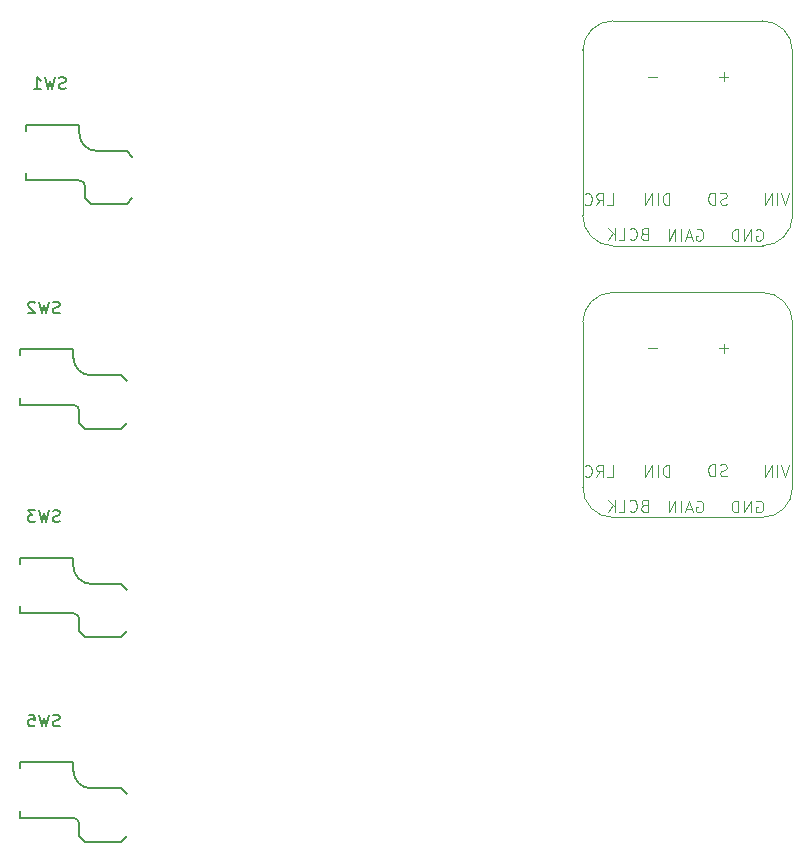
<source format=gbr>
%TF.GenerationSoftware,KiCad,Pcbnew,8.0.4*%
%TF.CreationDate,2024-11-06T19:34:02-07:00*%
%TF.ProjectId,MP3_Player,4d50335f-506c-4617-9965-722e6b696361,rev?*%
%TF.SameCoordinates,Original*%
%TF.FileFunction,Legend,Bot*%
%TF.FilePolarity,Positive*%
%FSLAX46Y46*%
G04 Gerber Fmt 4.6, Leading zero omitted, Abs format (unit mm)*
G04 Created by KiCad (PCBNEW 8.0.4) date 2024-11-06 19:34:02*
%MOMM*%
%LPD*%
G01*
G04 APERTURE LIST*
%ADD10C,0.100000*%
%ADD11C,0.150000*%
G04 APERTURE END LIST*
D10*
X147322782Y-110746109D02*
X147179925Y-110793728D01*
X147179925Y-110793728D02*
X147132306Y-110841347D01*
X147132306Y-110841347D02*
X147084687Y-110936585D01*
X147084687Y-110936585D02*
X147084687Y-111079442D01*
X147084687Y-111079442D02*
X147132306Y-111174680D01*
X147132306Y-111174680D02*
X147179925Y-111222300D01*
X147179925Y-111222300D02*
X147275163Y-111269919D01*
X147275163Y-111269919D02*
X147656115Y-111269919D01*
X147656115Y-111269919D02*
X147656115Y-110269919D01*
X147656115Y-110269919D02*
X147322782Y-110269919D01*
X147322782Y-110269919D02*
X147227544Y-110317538D01*
X147227544Y-110317538D02*
X147179925Y-110365157D01*
X147179925Y-110365157D02*
X147132306Y-110460395D01*
X147132306Y-110460395D02*
X147132306Y-110555633D01*
X147132306Y-110555633D02*
X147179925Y-110650871D01*
X147179925Y-110650871D02*
X147227544Y-110698490D01*
X147227544Y-110698490D02*
X147322782Y-110746109D01*
X147322782Y-110746109D02*
X147656115Y-110746109D01*
X146084687Y-111174680D02*
X146132306Y-111222300D01*
X146132306Y-111222300D02*
X146275163Y-111269919D01*
X146275163Y-111269919D02*
X146370401Y-111269919D01*
X146370401Y-111269919D02*
X146513258Y-111222300D01*
X146513258Y-111222300D02*
X146608496Y-111127061D01*
X146608496Y-111127061D02*
X146656115Y-111031823D01*
X146656115Y-111031823D02*
X146703734Y-110841347D01*
X146703734Y-110841347D02*
X146703734Y-110698490D01*
X146703734Y-110698490D02*
X146656115Y-110508014D01*
X146656115Y-110508014D02*
X146608496Y-110412776D01*
X146608496Y-110412776D02*
X146513258Y-110317538D01*
X146513258Y-110317538D02*
X146370401Y-110269919D01*
X146370401Y-110269919D02*
X146275163Y-110269919D01*
X146275163Y-110269919D02*
X146132306Y-110317538D01*
X146132306Y-110317538D02*
X146084687Y-110365157D01*
X145179925Y-111269919D02*
X145656115Y-111269919D01*
X145656115Y-111269919D02*
X145656115Y-110269919D01*
X144846591Y-111269919D02*
X144846591Y-110269919D01*
X144275163Y-111269919D02*
X144703734Y-110698490D01*
X144275163Y-110269919D02*
X144846591Y-110841347D01*
X156832306Y-110387538D02*
X156927544Y-110339919D01*
X156927544Y-110339919D02*
X157070401Y-110339919D01*
X157070401Y-110339919D02*
X157213258Y-110387538D01*
X157213258Y-110387538D02*
X157308496Y-110482776D01*
X157308496Y-110482776D02*
X157356115Y-110578014D01*
X157356115Y-110578014D02*
X157403734Y-110768490D01*
X157403734Y-110768490D02*
X157403734Y-110911347D01*
X157403734Y-110911347D02*
X157356115Y-111101823D01*
X157356115Y-111101823D02*
X157308496Y-111197061D01*
X157308496Y-111197061D02*
X157213258Y-111292300D01*
X157213258Y-111292300D02*
X157070401Y-111339919D01*
X157070401Y-111339919D02*
X156975163Y-111339919D01*
X156975163Y-111339919D02*
X156832306Y-111292300D01*
X156832306Y-111292300D02*
X156784687Y-111244680D01*
X156784687Y-111244680D02*
X156784687Y-110911347D01*
X156784687Y-110911347D02*
X156975163Y-110911347D01*
X156356115Y-111339919D02*
X156356115Y-110339919D01*
X156356115Y-110339919D02*
X155784687Y-111339919D01*
X155784687Y-111339919D02*
X155784687Y-110339919D01*
X155308496Y-111339919D02*
X155308496Y-110339919D01*
X155308496Y-110339919D02*
X155070401Y-110339919D01*
X155070401Y-110339919D02*
X154927544Y-110387538D01*
X154927544Y-110387538D02*
X154832306Y-110482776D01*
X154832306Y-110482776D02*
X154784687Y-110578014D01*
X154784687Y-110578014D02*
X154737068Y-110768490D01*
X154737068Y-110768490D02*
X154737068Y-110911347D01*
X154737068Y-110911347D02*
X154784687Y-111101823D01*
X154784687Y-111101823D02*
X154832306Y-111197061D01*
X154832306Y-111197061D02*
X154927544Y-111292300D01*
X154927544Y-111292300D02*
X155070401Y-111339919D01*
X155070401Y-111339919D02*
X155308496Y-111339919D01*
X148446115Y-97438966D02*
X147684211Y-97438966D01*
X159588972Y-107319919D02*
X159255639Y-108319919D01*
X159255639Y-108319919D02*
X158922306Y-107319919D01*
X158588972Y-108319919D02*
X158588972Y-107319919D01*
X158112782Y-108319919D02*
X158112782Y-107319919D01*
X158112782Y-107319919D02*
X157541354Y-108319919D01*
X157541354Y-108319919D02*
X157541354Y-107319919D01*
X149456115Y-108319919D02*
X149456115Y-107319919D01*
X149456115Y-107319919D02*
X149218020Y-107319919D01*
X149218020Y-107319919D02*
X149075163Y-107367538D01*
X149075163Y-107367538D02*
X148979925Y-107462776D01*
X148979925Y-107462776D02*
X148932306Y-107558014D01*
X148932306Y-107558014D02*
X148884687Y-107748490D01*
X148884687Y-107748490D02*
X148884687Y-107891347D01*
X148884687Y-107891347D02*
X148932306Y-108081823D01*
X148932306Y-108081823D02*
X148979925Y-108177061D01*
X148979925Y-108177061D02*
X149075163Y-108272300D01*
X149075163Y-108272300D02*
X149218020Y-108319919D01*
X149218020Y-108319919D02*
X149456115Y-108319919D01*
X148456115Y-108319919D02*
X148456115Y-107319919D01*
X147979925Y-108319919D02*
X147979925Y-107319919D01*
X147979925Y-107319919D02*
X147408497Y-108319919D01*
X147408497Y-108319919D02*
X147408497Y-107319919D01*
X154323734Y-108222300D02*
X154180877Y-108269919D01*
X154180877Y-108269919D02*
X153942782Y-108269919D01*
X153942782Y-108269919D02*
X153847544Y-108222300D01*
X153847544Y-108222300D02*
X153799925Y-108174680D01*
X153799925Y-108174680D02*
X153752306Y-108079442D01*
X153752306Y-108079442D02*
X153752306Y-107984204D01*
X153752306Y-107984204D02*
X153799925Y-107888966D01*
X153799925Y-107888966D02*
X153847544Y-107841347D01*
X153847544Y-107841347D02*
X153942782Y-107793728D01*
X153942782Y-107793728D02*
X154133258Y-107746109D01*
X154133258Y-107746109D02*
X154228496Y-107698490D01*
X154228496Y-107698490D02*
X154276115Y-107650871D01*
X154276115Y-107650871D02*
X154323734Y-107555633D01*
X154323734Y-107555633D02*
X154323734Y-107460395D01*
X154323734Y-107460395D02*
X154276115Y-107365157D01*
X154276115Y-107365157D02*
X154228496Y-107317538D01*
X154228496Y-107317538D02*
X154133258Y-107269919D01*
X154133258Y-107269919D02*
X153895163Y-107269919D01*
X153895163Y-107269919D02*
X153752306Y-107317538D01*
X153323734Y-108269919D02*
X153323734Y-107269919D01*
X153323734Y-107269919D02*
X153085639Y-107269919D01*
X153085639Y-107269919D02*
X152942782Y-107317538D01*
X152942782Y-107317538D02*
X152847544Y-107412776D01*
X152847544Y-107412776D02*
X152799925Y-107508014D01*
X152799925Y-107508014D02*
X152752306Y-107698490D01*
X152752306Y-107698490D02*
X152752306Y-107841347D01*
X152752306Y-107841347D02*
X152799925Y-108031823D01*
X152799925Y-108031823D02*
X152847544Y-108127061D01*
X152847544Y-108127061D02*
X152942782Y-108222300D01*
X152942782Y-108222300D02*
X153085639Y-108269919D01*
X153085639Y-108269919D02*
X153323734Y-108269919D01*
X151772306Y-110377538D02*
X151867544Y-110329919D01*
X151867544Y-110329919D02*
X152010401Y-110329919D01*
X152010401Y-110329919D02*
X152153258Y-110377538D01*
X152153258Y-110377538D02*
X152248496Y-110472776D01*
X152248496Y-110472776D02*
X152296115Y-110568014D01*
X152296115Y-110568014D02*
X152343734Y-110758490D01*
X152343734Y-110758490D02*
X152343734Y-110901347D01*
X152343734Y-110901347D02*
X152296115Y-111091823D01*
X152296115Y-111091823D02*
X152248496Y-111187061D01*
X152248496Y-111187061D02*
X152153258Y-111282300D01*
X152153258Y-111282300D02*
X152010401Y-111329919D01*
X152010401Y-111329919D02*
X151915163Y-111329919D01*
X151915163Y-111329919D02*
X151772306Y-111282300D01*
X151772306Y-111282300D02*
X151724687Y-111234680D01*
X151724687Y-111234680D02*
X151724687Y-110901347D01*
X151724687Y-110901347D02*
X151915163Y-110901347D01*
X151343734Y-111044204D02*
X150867544Y-111044204D01*
X151438972Y-111329919D02*
X151105639Y-110329919D01*
X151105639Y-110329919D02*
X150772306Y-111329919D01*
X150438972Y-111329919D02*
X150438972Y-110329919D01*
X149962782Y-111329919D02*
X149962782Y-110329919D01*
X149962782Y-110329919D02*
X149391354Y-111329919D01*
X149391354Y-111329919D02*
X149391354Y-110329919D01*
X154446115Y-97448966D02*
X153684211Y-97448966D01*
X154065163Y-97829919D02*
X154065163Y-97068014D01*
X144179925Y-108319919D02*
X144656115Y-108319919D01*
X144656115Y-108319919D02*
X144656115Y-107319919D01*
X143275163Y-108319919D02*
X143608496Y-107843728D01*
X143846591Y-108319919D02*
X143846591Y-107319919D01*
X143846591Y-107319919D02*
X143465639Y-107319919D01*
X143465639Y-107319919D02*
X143370401Y-107367538D01*
X143370401Y-107367538D02*
X143322782Y-107415157D01*
X143322782Y-107415157D02*
X143275163Y-107510395D01*
X143275163Y-107510395D02*
X143275163Y-107653252D01*
X143275163Y-107653252D02*
X143322782Y-107748490D01*
X143322782Y-107748490D02*
X143370401Y-107796109D01*
X143370401Y-107796109D02*
X143465639Y-107843728D01*
X143465639Y-107843728D02*
X143846591Y-107843728D01*
X142275163Y-108224680D02*
X142322782Y-108272300D01*
X142322782Y-108272300D02*
X142465639Y-108319919D01*
X142465639Y-108319919D02*
X142560877Y-108319919D01*
X142560877Y-108319919D02*
X142703734Y-108272300D01*
X142703734Y-108272300D02*
X142798972Y-108177061D01*
X142798972Y-108177061D02*
X142846591Y-108081823D01*
X142846591Y-108081823D02*
X142894210Y-107891347D01*
X142894210Y-107891347D02*
X142894210Y-107748490D01*
X142894210Y-107748490D02*
X142846591Y-107558014D01*
X142846591Y-107558014D02*
X142798972Y-107462776D01*
X142798972Y-107462776D02*
X142703734Y-107367538D01*
X142703734Y-107367538D02*
X142560877Y-107319919D01*
X142560877Y-107319919D02*
X142465639Y-107319919D01*
X142465639Y-107319919D02*
X142322782Y-107367538D01*
X142322782Y-107367538D02*
X142275163Y-107415157D01*
D11*
X97833332Y-112087200D02*
X97690475Y-112134819D01*
X97690475Y-112134819D02*
X97452380Y-112134819D01*
X97452380Y-112134819D02*
X97357142Y-112087200D01*
X97357142Y-112087200D02*
X97309523Y-112039580D01*
X97309523Y-112039580D02*
X97261904Y-111944342D01*
X97261904Y-111944342D02*
X97261904Y-111849104D01*
X97261904Y-111849104D02*
X97309523Y-111753866D01*
X97309523Y-111753866D02*
X97357142Y-111706247D01*
X97357142Y-111706247D02*
X97452380Y-111658628D01*
X97452380Y-111658628D02*
X97642856Y-111611009D01*
X97642856Y-111611009D02*
X97738094Y-111563390D01*
X97738094Y-111563390D02*
X97785713Y-111515771D01*
X97785713Y-111515771D02*
X97833332Y-111420533D01*
X97833332Y-111420533D02*
X97833332Y-111325295D01*
X97833332Y-111325295D02*
X97785713Y-111230057D01*
X97785713Y-111230057D02*
X97738094Y-111182438D01*
X97738094Y-111182438D02*
X97642856Y-111134819D01*
X97642856Y-111134819D02*
X97404761Y-111134819D01*
X97404761Y-111134819D02*
X97261904Y-111182438D01*
X96928570Y-111134819D02*
X96690475Y-112134819D01*
X96690475Y-112134819D02*
X96499999Y-111420533D01*
X96499999Y-111420533D02*
X96309523Y-112134819D01*
X96309523Y-112134819D02*
X96071428Y-111134819D01*
X95785713Y-111134819D02*
X95166666Y-111134819D01*
X95166666Y-111134819D02*
X95499999Y-111515771D01*
X95499999Y-111515771D02*
X95357142Y-111515771D01*
X95357142Y-111515771D02*
X95261904Y-111563390D01*
X95261904Y-111563390D02*
X95214285Y-111611009D01*
X95214285Y-111611009D02*
X95166666Y-111706247D01*
X95166666Y-111706247D02*
X95166666Y-111944342D01*
X95166666Y-111944342D02*
X95214285Y-112039580D01*
X95214285Y-112039580D02*
X95261904Y-112087200D01*
X95261904Y-112087200D02*
X95357142Y-112134819D01*
X95357142Y-112134819D02*
X95642856Y-112134819D01*
X95642856Y-112134819D02*
X95738094Y-112087200D01*
X95738094Y-112087200D02*
X95785713Y-112039580D01*
D10*
X154446115Y-74448966D02*
X153684211Y-74448966D01*
X154065163Y-74829919D02*
X154065163Y-74068014D01*
X156832306Y-87387538D02*
X156927544Y-87339919D01*
X156927544Y-87339919D02*
X157070401Y-87339919D01*
X157070401Y-87339919D02*
X157213258Y-87387538D01*
X157213258Y-87387538D02*
X157308496Y-87482776D01*
X157308496Y-87482776D02*
X157356115Y-87578014D01*
X157356115Y-87578014D02*
X157403734Y-87768490D01*
X157403734Y-87768490D02*
X157403734Y-87911347D01*
X157403734Y-87911347D02*
X157356115Y-88101823D01*
X157356115Y-88101823D02*
X157308496Y-88197061D01*
X157308496Y-88197061D02*
X157213258Y-88292300D01*
X157213258Y-88292300D02*
X157070401Y-88339919D01*
X157070401Y-88339919D02*
X156975163Y-88339919D01*
X156975163Y-88339919D02*
X156832306Y-88292300D01*
X156832306Y-88292300D02*
X156784687Y-88244680D01*
X156784687Y-88244680D02*
X156784687Y-87911347D01*
X156784687Y-87911347D02*
X156975163Y-87911347D01*
X156356115Y-88339919D02*
X156356115Y-87339919D01*
X156356115Y-87339919D02*
X155784687Y-88339919D01*
X155784687Y-88339919D02*
X155784687Y-87339919D01*
X155308496Y-88339919D02*
X155308496Y-87339919D01*
X155308496Y-87339919D02*
X155070401Y-87339919D01*
X155070401Y-87339919D02*
X154927544Y-87387538D01*
X154927544Y-87387538D02*
X154832306Y-87482776D01*
X154832306Y-87482776D02*
X154784687Y-87578014D01*
X154784687Y-87578014D02*
X154737068Y-87768490D01*
X154737068Y-87768490D02*
X154737068Y-87911347D01*
X154737068Y-87911347D02*
X154784687Y-88101823D01*
X154784687Y-88101823D02*
X154832306Y-88197061D01*
X154832306Y-88197061D02*
X154927544Y-88292300D01*
X154927544Y-88292300D02*
X155070401Y-88339919D01*
X155070401Y-88339919D02*
X155308496Y-88339919D01*
X147322782Y-87746109D02*
X147179925Y-87793728D01*
X147179925Y-87793728D02*
X147132306Y-87841347D01*
X147132306Y-87841347D02*
X147084687Y-87936585D01*
X147084687Y-87936585D02*
X147084687Y-88079442D01*
X147084687Y-88079442D02*
X147132306Y-88174680D01*
X147132306Y-88174680D02*
X147179925Y-88222300D01*
X147179925Y-88222300D02*
X147275163Y-88269919D01*
X147275163Y-88269919D02*
X147656115Y-88269919D01*
X147656115Y-88269919D02*
X147656115Y-87269919D01*
X147656115Y-87269919D02*
X147322782Y-87269919D01*
X147322782Y-87269919D02*
X147227544Y-87317538D01*
X147227544Y-87317538D02*
X147179925Y-87365157D01*
X147179925Y-87365157D02*
X147132306Y-87460395D01*
X147132306Y-87460395D02*
X147132306Y-87555633D01*
X147132306Y-87555633D02*
X147179925Y-87650871D01*
X147179925Y-87650871D02*
X147227544Y-87698490D01*
X147227544Y-87698490D02*
X147322782Y-87746109D01*
X147322782Y-87746109D02*
X147656115Y-87746109D01*
X146084687Y-88174680D02*
X146132306Y-88222300D01*
X146132306Y-88222300D02*
X146275163Y-88269919D01*
X146275163Y-88269919D02*
X146370401Y-88269919D01*
X146370401Y-88269919D02*
X146513258Y-88222300D01*
X146513258Y-88222300D02*
X146608496Y-88127061D01*
X146608496Y-88127061D02*
X146656115Y-88031823D01*
X146656115Y-88031823D02*
X146703734Y-87841347D01*
X146703734Y-87841347D02*
X146703734Y-87698490D01*
X146703734Y-87698490D02*
X146656115Y-87508014D01*
X146656115Y-87508014D02*
X146608496Y-87412776D01*
X146608496Y-87412776D02*
X146513258Y-87317538D01*
X146513258Y-87317538D02*
X146370401Y-87269919D01*
X146370401Y-87269919D02*
X146275163Y-87269919D01*
X146275163Y-87269919D02*
X146132306Y-87317538D01*
X146132306Y-87317538D02*
X146084687Y-87365157D01*
X145179925Y-88269919D02*
X145656115Y-88269919D01*
X145656115Y-88269919D02*
X145656115Y-87269919D01*
X144846591Y-88269919D02*
X144846591Y-87269919D01*
X144275163Y-88269919D02*
X144703734Y-87698490D01*
X144275163Y-87269919D02*
X144846591Y-87841347D01*
X154323734Y-85222300D02*
X154180877Y-85269919D01*
X154180877Y-85269919D02*
X153942782Y-85269919D01*
X153942782Y-85269919D02*
X153847544Y-85222300D01*
X153847544Y-85222300D02*
X153799925Y-85174680D01*
X153799925Y-85174680D02*
X153752306Y-85079442D01*
X153752306Y-85079442D02*
X153752306Y-84984204D01*
X153752306Y-84984204D02*
X153799925Y-84888966D01*
X153799925Y-84888966D02*
X153847544Y-84841347D01*
X153847544Y-84841347D02*
X153942782Y-84793728D01*
X153942782Y-84793728D02*
X154133258Y-84746109D01*
X154133258Y-84746109D02*
X154228496Y-84698490D01*
X154228496Y-84698490D02*
X154276115Y-84650871D01*
X154276115Y-84650871D02*
X154323734Y-84555633D01*
X154323734Y-84555633D02*
X154323734Y-84460395D01*
X154323734Y-84460395D02*
X154276115Y-84365157D01*
X154276115Y-84365157D02*
X154228496Y-84317538D01*
X154228496Y-84317538D02*
X154133258Y-84269919D01*
X154133258Y-84269919D02*
X153895163Y-84269919D01*
X153895163Y-84269919D02*
X153752306Y-84317538D01*
X153323734Y-85269919D02*
X153323734Y-84269919D01*
X153323734Y-84269919D02*
X153085639Y-84269919D01*
X153085639Y-84269919D02*
X152942782Y-84317538D01*
X152942782Y-84317538D02*
X152847544Y-84412776D01*
X152847544Y-84412776D02*
X152799925Y-84508014D01*
X152799925Y-84508014D02*
X152752306Y-84698490D01*
X152752306Y-84698490D02*
X152752306Y-84841347D01*
X152752306Y-84841347D02*
X152799925Y-85031823D01*
X152799925Y-85031823D02*
X152847544Y-85127061D01*
X152847544Y-85127061D02*
X152942782Y-85222300D01*
X152942782Y-85222300D02*
X153085639Y-85269919D01*
X153085639Y-85269919D02*
X153323734Y-85269919D01*
X148446115Y-74438966D02*
X147684211Y-74438966D01*
X151772306Y-87377538D02*
X151867544Y-87329919D01*
X151867544Y-87329919D02*
X152010401Y-87329919D01*
X152010401Y-87329919D02*
X152153258Y-87377538D01*
X152153258Y-87377538D02*
X152248496Y-87472776D01*
X152248496Y-87472776D02*
X152296115Y-87568014D01*
X152296115Y-87568014D02*
X152343734Y-87758490D01*
X152343734Y-87758490D02*
X152343734Y-87901347D01*
X152343734Y-87901347D02*
X152296115Y-88091823D01*
X152296115Y-88091823D02*
X152248496Y-88187061D01*
X152248496Y-88187061D02*
X152153258Y-88282300D01*
X152153258Y-88282300D02*
X152010401Y-88329919D01*
X152010401Y-88329919D02*
X151915163Y-88329919D01*
X151915163Y-88329919D02*
X151772306Y-88282300D01*
X151772306Y-88282300D02*
X151724687Y-88234680D01*
X151724687Y-88234680D02*
X151724687Y-87901347D01*
X151724687Y-87901347D02*
X151915163Y-87901347D01*
X151343734Y-88044204D02*
X150867544Y-88044204D01*
X151438972Y-88329919D02*
X151105639Y-87329919D01*
X151105639Y-87329919D02*
X150772306Y-88329919D01*
X150438972Y-88329919D02*
X150438972Y-87329919D01*
X149962782Y-88329919D02*
X149962782Y-87329919D01*
X149962782Y-87329919D02*
X149391354Y-88329919D01*
X149391354Y-88329919D02*
X149391354Y-87329919D01*
X144179925Y-85319919D02*
X144656115Y-85319919D01*
X144656115Y-85319919D02*
X144656115Y-84319919D01*
X143275163Y-85319919D02*
X143608496Y-84843728D01*
X143846591Y-85319919D02*
X143846591Y-84319919D01*
X143846591Y-84319919D02*
X143465639Y-84319919D01*
X143465639Y-84319919D02*
X143370401Y-84367538D01*
X143370401Y-84367538D02*
X143322782Y-84415157D01*
X143322782Y-84415157D02*
X143275163Y-84510395D01*
X143275163Y-84510395D02*
X143275163Y-84653252D01*
X143275163Y-84653252D02*
X143322782Y-84748490D01*
X143322782Y-84748490D02*
X143370401Y-84796109D01*
X143370401Y-84796109D02*
X143465639Y-84843728D01*
X143465639Y-84843728D02*
X143846591Y-84843728D01*
X142275163Y-85224680D02*
X142322782Y-85272300D01*
X142322782Y-85272300D02*
X142465639Y-85319919D01*
X142465639Y-85319919D02*
X142560877Y-85319919D01*
X142560877Y-85319919D02*
X142703734Y-85272300D01*
X142703734Y-85272300D02*
X142798972Y-85177061D01*
X142798972Y-85177061D02*
X142846591Y-85081823D01*
X142846591Y-85081823D02*
X142894210Y-84891347D01*
X142894210Y-84891347D02*
X142894210Y-84748490D01*
X142894210Y-84748490D02*
X142846591Y-84558014D01*
X142846591Y-84558014D02*
X142798972Y-84462776D01*
X142798972Y-84462776D02*
X142703734Y-84367538D01*
X142703734Y-84367538D02*
X142560877Y-84319919D01*
X142560877Y-84319919D02*
X142465639Y-84319919D01*
X142465639Y-84319919D02*
X142322782Y-84367538D01*
X142322782Y-84367538D02*
X142275163Y-84415157D01*
X149456115Y-85319919D02*
X149456115Y-84319919D01*
X149456115Y-84319919D02*
X149218020Y-84319919D01*
X149218020Y-84319919D02*
X149075163Y-84367538D01*
X149075163Y-84367538D02*
X148979925Y-84462776D01*
X148979925Y-84462776D02*
X148932306Y-84558014D01*
X148932306Y-84558014D02*
X148884687Y-84748490D01*
X148884687Y-84748490D02*
X148884687Y-84891347D01*
X148884687Y-84891347D02*
X148932306Y-85081823D01*
X148932306Y-85081823D02*
X148979925Y-85177061D01*
X148979925Y-85177061D02*
X149075163Y-85272300D01*
X149075163Y-85272300D02*
X149218020Y-85319919D01*
X149218020Y-85319919D02*
X149456115Y-85319919D01*
X148456115Y-85319919D02*
X148456115Y-84319919D01*
X147979925Y-85319919D02*
X147979925Y-84319919D01*
X147979925Y-84319919D02*
X147408497Y-85319919D01*
X147408497Y-85319919D02*
X147408497Y-84319919D01*
X159588972Y-84319919D02*
X159255639Y-85319919D01*
X159255639Y-85319919D02*
X158922306Y-84319919D01*
X158588972Y-85319919D02*
X158588972Y-84319919D01*
X158112782Y-85319919D02*
X158112782Y-84319919D01*
X158112782Y-84319919D02*
X157541354Y-85319919D01*
X157541354Y-85319919D02*
X157541354Y-84319919D01*
D11*
X97833332Y-94437200D02*
X97690475Y-94484819D01*
X97690475Y-94484819D02*
X97452380Y-94484819D01*
X97452380Y-94484819D02*
X97357142Y-94437200D01*
X97357142Y-94437200D02*
X97309523Y-94389580D01*
X97309523Y-94389580D02*
X97261904Y-94294342D01*
X97261904Y-94294342D02*
X97261904Y-94199104D01*
X97261904Y-94199104D02*
X97309523Y-94103866D01*
X97309523Y-94103866D02*
X97357142Y-94056247D01*
X97357142Y-94056247D02*
X97452380Y-94008628D01*
X97452380Y-94008628D02*
X97642856Y-93961009D01*
X97642856Y-93961009D02*
X97738094Y-93913390D01*
X97738094Y-93913390D02*
X97785713Y-93865771D01*
X97785713Y-93865771D02*
X97833332Y-93770533D01*
X97833332Y-93770533D02*
X97833332Y-93675295D01*
X97833332Y-93675295D02*
X97785713Y-93580057D01*
X97785713Y-93580057D02*
X97738094Y-93532438D01*
X97738094Y-93532438D02*
X97642856Y-93484819D01*
X97642856Y-93484819D02*
X97404761Y-93484819D01*
X97404761Y-93484819D02*
X97261904Y-93532438D01*
X96928570Y-93484819D02*
X96690475Y-94484819D01*
X96690475Y-94484819D02*
X96499999Y-93770533D01*
X96499999Y-93770533D02*
X96309523Y-94484819D01*
X96309523Y-94484819D02*
X96071428Y-93484819D01*
X95738094Y-93580057D02*
X95690475Y-93532438D01*
X95690475Y-93532438D02*
X95595237Y-93484819D01*
X95595237Y-93484819D02*
X95357142Y-93484819D01*
X95357142Y-93484819D02*
X95261904Y-93532438D01*
X95261904Y-93532438D02*
X95214285Y-93580057D01*
X95214285Y-93580057D02*
X95166666Y-93675295D01*
X95166666Y-93675295D02*
X95166666Y-93770533D01*
X95166666Y-93770533D02*
X95214285Y-93913390D01*
X95214285Y-93913390D02*
X95785713Y-94484819D01*
X95785713Y-94484819D02*
X95166666Y-94484819D01*
X97833332Y-129407200D02*
X97690475Y-129454819D01*
X97690475Y-129454819D02*
X97452380Y-129454819D01*
X97452380Y-129454819D02*
X97357142Y-129407200D01*
X97357142Y-129407200D02*
X97309523Y-129359580D01*
X97309523Y-129359580D02*
X97261904Y-129264342D01*
X97261904Y-129264342D02*
X97261904Y-129169104D01*
X97261904Y-129169104D02*
X97309523Y-129073866D01*
X97309523Y-129073866D02*
X97357142Y-129026247D01*
X97357142Y-129026247D02*
X97452380Y-128978628D01*
X97452380Y-128978628D02*
X97642856Y-128931009D01*
X97642856Y-128931009D02*
X97738094Y-128883390D01*
X97738094Y-128883390D02*
X97785713Y-128835771D01*
X97785713Y-128835771D02*
X97833332Y-128740533D01*
X97833332Y-128740533D02*
X97833332Y-128645295D01*
X97833332Y-128645295D02*
X97785713Y-128550057D01*
X97785713Y-128550057D02*
X97738094Y-128502438D01*
X97738094Y-128502438D02*
X97642856Y-128454819D01*
X97642856Y-128454819D02*
X97404761Y-128454819D01*
X97404761Y-128454819D02*
X97261904Y-128502438D01*
X96928570Y-128454819D02*
X96690475Y-129454819D01*
X96690475Y-129454819D02*
X96499999Y-128740533D01*
X96499999Y-128740533D02*
X96309523Y-129454819D01*
X96309523Y-129454819D02*
X96071428Y-128454819D01*
X95214285Y-128454819D02*
X95690475Y-128454819D01*
X95690475Y-128454819D02*
X95738094Y-128931009D01*
X95738094Y-128931009D02*
X95690475Y-128883390D01*
X95690475Y-128883390D02*
X95595237Y-128835771D01*
X95595237Y-128835771D02*
X95357142Y-128835771D01*
X95357142Y-128835771D02*
X95261904Y-128883390D01*
X95261904Y-128883390D02*
X95214285Y-128931009D01*
X95214285Y-128931009D02*
X95166666Y-129026247D01*
X95166666Y-129026247D02*
X95166666Y-129264342D01*
X95166666Y-129264342D02*
X95214285Y-129359580D01*
X95214285Y-129359580D02*
X95261904Y-129407200D01*
X95261904Y-129407200D02*
X95357142Y-129454819D01*
X95357142Y-129454819D02*
X95595237Y-129454819D01*
X95595237Y-129454819D02*
X95690475Y-129407200D01*
X95690475Y-129407200D02*
X95738094Y-129359580D01*
X98333332Y-75437200D02*
X98190475Y-75484819D01*
X98190475Y-75484819D02*
X97952380Y-75484819D01*
X97952380Y-75484819D02*
X97857142Y-75437200D01*
X97857142Y-75437200D02*
X97809523Y-75389580D01*
X97809523Y-75389580D02*
X97761904Y-75294342D01*
X97761904Y-75294342D02*
X97761904Y-75199104D01*
X97761904Y-75199104D02*
X97809523Y-75103866D01*
X97809523Y-75103866D02*
X97857142Y-75056247D01*
X97857142Y-75056247D02*
X97952380Y-75008628D01*
X97952380Y-75008628D02*
X98142856Y-74961009D01*
X98142856Y-74961009D02*
X98238094Y-74913390D01*
X98238094Y-74913390D02*
X98285713Y-74865771D01*
X98285713Y-74865771D02*
X98333332Y-74770533D01*
X98333332Y-74770533D02*
X98333332Y-74675295D01*
X98333332Y-74675295D02*
X98285713Y-74580057D01*
X98285713Y-74580057D02*
X98238094Y-74532438D01*
X98238094Y-74532438D02*
X98142856Y-74484819D01*
X98142856Y-74484819D02*
X97904761Y-74484819D01*
X97904761Y-74484819D02*
X97761904Y-74532438D01*
X97428570Y-74484819D02*
X97190475Y-75484819D01*
X97190475Y-75484819D02*
X96999999Y-74770533D01*
X96999999Y-74770533D02*
X96809523Y-75484819D01*
X96809523Y-75484819D02*
X96571428Y-74484819D01*
X95666666Y-75484819D02*
X96238094Y-75484819D01*
X95952380Y-75484819D02*
X95952380Y-74484819D01*
X95952380Y-74484819D02*
X96047618Y-74627676D01*
X96047618Y-74627676D02*
X96142856Y-74722914D01*
X96142856Y-74722914D02*
X96238094Y-74770533D01*
D10*
%TO.C,RSPKR1*%
X142130000Y-109192500D02*
X142130000Y-95222500D01*
X144650000Y-92712500D02*
X157350000Y-92712500D01*
X157350000Y-111752500D02*
X144650000Y-111752500D01*
X159880000Y-95267500D02*
X159880000Y-109237500D01*
X142130001Y-95222500D02*
G75*
G02*
X144650000Y-92712418I2536049J-26050D01*
G01*
X144650002Y-111752499D02*
G75*
G02*
X142130001Y-109192500I19998J2539999D01*
G01*
X157350000Y-92712501D02*
G75*
G02*
X159879974Y-95267499I-10000J-2539999D01*
G01*
X159889816Y-109237620D02*
G75*
G02*
X157350000Y-111752500I-2545866J31170D01*
G01*
D11*
%TO.C,SW3*%
X94500000Y-115180000D02*
X94500000Y-115680000D01*
X94500000Y-119280000D02*
X94500000Y-119880000D01*
X94500000Y-119880000D02*
X99000000Y-119880000D01*
X99000000Y-115180000D02*
X94500000Y-115180000D01*
X99000000Y-115880000D02*
X99000000Y-115180000D01*
X99500000Y-120380000D02*
X99500000Y-121380000D01*
X100000000Y-121880000D02*
X99500000Y-121380000D01*
X103000000Y-117380000D02*
X100500000Y-117380000D01*
X103000000Y-121880000D02*
X100000000Y-121880000D01*
X103500000Y-117880000D02*
X103000000Y-117380000D01*
X103500000Y-121380000D02*
X103000000Y-121880000D01*
X99000000Y-119880000D02*
G75*
G02*
X99500000Y-120380000I-1J-500001D01*
G01*
X100500000Y-117380000D02*
G75*
G02*
X99000000Y-115880000I1J1500001D01*
G01*
D10*
%TO.C,L_SPKR1*%
X142130000Y-86192500D02*
X142130000Y-72222500D01*
X144650000Y-69712500D02*
X157350000Y-69712500D01*
X157350000Y-88752500D02*
X144650000Y-88752500D01*
X159880000Y-72267500D02*
X159880000Y-86237500D01*
X142130001Y-72222500D02*
G75*
G02*
X144650000Y-69712418I2536049J-26050D01*
G01*
X144650002Y-88752499D02*
G75*
G02*
X142130001Y-86192500I19998J2539999D01*
G01*
X157350000Y-69712501D02*
G75*
G02*
X159879974Y-72267499I-10000J-2539999D01*
G01*
X159889816Y-86237620D02*
G75*
G02*
X157350000Y-88752500I-2545866J31170D01*
G01*
D11*
%TO.C,SW2*%
X94500000Y-97530000D02*
X94500000Y-98030000D01*
X94500000Y-101630000D02*
X94500000Y-102230000D01*
X94500000Y-102230000D02*
X99000000Y-102230000D01*
X99000000Y-97530000D02*
X94500000Y-97530000D01*
X99000000Y-98230000D02*
X99000000Y-97530000D01*
X99500000Y-102730000D02*
X99500000Y-103730000D01*
X100000000Y-104230000D02*
X99500000Y-103730000D01*
X103000000Y-99730000D02*
X100500000Y-99730000D01*
X103000000Y-104230000D02*
X100000000Y-104230000D01*
X103500000Y-100230000D02*
X103000000Y-99730000D01*
X103500000Y-103730000D02*
X103000000Y-104230000D01*
X99000000Y-102230000D02*
G75*
G02*
X99500000Y-102730000I-1J-500001D01*
G01*
X100500000Y-99730000D02*
G75*
G02*
X99000000Y-98230000I1J1500001D01*
G01*
%TO.C,SW5*%
X94500000Y-132500000D02*
X94500000Y-133000000D01*
X94500000Y-136600000D02*
X94500000Y-137200000D01*
X94500000Y-137200000D02*
X99000000Y-137200000D01*
X99000000Y-132500000D02*
X94500000Y-132500000D01*
X99000000Y-133200000D02*
X99000000Y-132500000D01*
X99500000Y-137700000D02*
X99500000Y-138700000D01*
X100000000Y-139200000D02*
X99500000Y-138700000D01*
X103000000Y-134700000D02*
X100500000Y-134700000D01*
X103000000Y-139200000D02*
X100000000Y-139200000D01*
X103500000Y-135200000D02*
X103000000Y-134700000D01*
X103500000Y-138700000D02*
X103000000Y-139200000D01*
X99000000Y-137200000D02*
G75*
G02*
X99500000Y-137700000I-1J-500001D01*
G01*
X100500000Y-134700000D02*
G75*
G02*
X99000000Y-133200000I1J1500001D01*
G01*
%TO.C,SW1*%
X95000000Y-78530000D02*
X95000000Y-79030000D01*
X95000000Y-82630000D02*
X95000000Y-83230000D01*
X95000000Y-83230000D02*
X99500000Y-83230000D01*
X99500000Y-78530000D02*
X95000000Y-78530000D01*
X99500000Y-79230000D02*
X99500000Y-78530000D01*
X100000000Y-83730000D02*
X100000000Y-84730000D01*
X100500000Y-85230000D02*
X100000000Y-84730000D01*
X103500000Y-80730000D02*
X101000000Y-80730000D01*
X103500000Y-85230000D02*
X100500000Y-85230000D01*
X104000000Y-81230000D02*
X103500000Y-80730000D01*
X104000000Y-84730000D02*
X103500000Y-85230000D01*
X99500000Y-83230000D02*
G75*
G02*
X100000000Y-83730000I-1J-500001D01*
G01*
X101000000Y-80730000D02*
G75*
G02*
X99500000Y-79230000I1J1500001D01*
G01*
%TD*%
M02*

</source>
